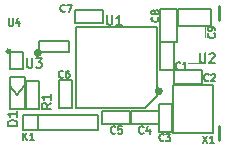
<source format=gto>
G04 #@! TF.GenerationSoftware,KiCad,Pcbnew,5.0.0-rc3+dfsg1-2*
G04 #@! TF.CreationDate,2018-08-09T17:57:03+09:00*
G04 #@! TF.ProjectId,fst-01,6673742D30312E6B696361645F706362,rev?*
G04 #@! TF.SameCoordinates,PX791ddc0PY5e69114*
G04 #@! TF.FileFunction,Legend,Top*
G04 #@! TF.FilePolarity,Positive*
%FSLAX46Y46*%
G04 Gerber Fmt 4.6, Leading zero omitted, Abs format (unit mm)*
G04 Created by KiCad (PCBNEW 5.0.0-rc3+dfsg1-2) date Thu Aug  9 17:57:03 2018*
%MOMM*%
%LPD*%
G01*
G04 APERTURE LIST*
%ADD10C,0.300000*%
%ADD11C,0.149860*%
%ADD12C,0.200000*%
%ADD13C,0.254000*%
%ADD14C,0.150000*%
%ADD15C,0.152400*%
%ADD16C,0.120000*%
G04 APERTURE END LIST*
D10*
G04 #@! TO.C,U1*
X-4920000Y-1503500D02*
G75*
G03X-4920000Y-1503500I-180000J0D01*
G01*
D11*
X-6299700Y-2904560D02*
X-5298940Y-1903800D01*
X-5298940Y-1903800D02*
X-5298940Y3897560D01*
X-12101060Y-2904560D02*
X-12101060Y3897560D01*
X-12101060Y3897560D02*
X-5298940Y3897560D01*
X-6299700Y-2904560D02*
X-12101060Y-2904560D01*
D10*
G04 #@! TO.C,U4*
X-17745000Y1866800D02*
G75*
G03X-17745000Y1866800I-100000J0D01*
G01*
D12*
X-17695000Y1766800D02*
X-16595000Y1766800D01*
X-16595000Y1766800D02*
X-16595000Y366800D01*
X-16595000Y366800D02*
X-17695000Y366800D01*
X-17695000Y366800D02*
X-17695000Y1766800D01*
D13*
G04 #@! TO.C,J1*
X0Y4480000D02*
X0Y5680000D01*
X0Y-4480000D02*
X0Y-5680000D01*
D14*
G04 #@! TO.C,K1*
X-15367000Y-3543300D02*
X-15367000Y-4813300D01*
D15*
X-16637000Y-4813300D02*
X-16637000Y-3543300D01*
X-16637000Y-3543300D02*
X-10287000Y-3543300D01*
X-10274300Y-3543300D02*
X-10274300Y-4813300D01*
X-10287000Y-4813300D02*
X-16637000Y-4813300D01*
D11*
G04 #@! TO.C,R1*
X-15225960Y-3029520D02*
X-16374040Y-3029520D01*
X-16374040Y-3029520D02*
X-16374040Y-677480D01*
X-16374040Y-677480D02*
X-15225960Y-677480D01*
X-15225960Y-677480D02*
X-15225960Y-3029520D01*
G04 #@! TO.C,U3*
X-12742700Y1761520D02*
X-15257300Y1761520D01*
X-15257300Y2711480D02*
X-12742700Y2711480D01*
D10*
X-15168740Y1718340D02*
G75*
G03X-15168740Y1718340I-180000J0D01*
G01*
D11*
X-12740160Y2714020D02*
X-12740160Y1764060D01*
X-15257300Y2701320D02*
X-15257300Y1751360D01*
G04 #@! TO.C,D1*
X-17724840Y-279360D02*
X-17724840Y-3027640D01*
X-16475160Y-279360D02*
X-17724840Y-279360D01*
X-16475160Y-3027640D02*
X-16475160Y-279360D01*
X-17724840Y-3027640D02*
X-16475160Y-3027640D01*
D14*
X-17100000Y-1813500D02*
X-17700000Y-1113500D01*
X-16500000Y-1113500D02*
X-17100000Y-1813500D01*
D11*
G04 #@! TO.C,C9*
X-3499540Y5470400D02*
X-675060Y5470400D01*
X-3499540Y4022600D02*
X-3499540Y5470400D01*
X-675060Y4022600D02*
X-3499540Y4022600D01*
X-675060Y5470400D02*
X-675060Y4022600D01*
D16*
G04 #@! TO.C,U2*
X-1170400Y858400D02*
X-2630400Y858400D01*
X-1170400Y4018400D02*
X-3330400Y4018400D01*
X-1170400Y4018400D02*
X-1170400Y3088400D01*
X-1170400Y858400D02*
X-1170400Y1788400D01*
D11*
G04 #@! TO.C,X1*
X-523600Y-5035500D02*
X-3876400Y-5035500D01*
X-523600Y-971500D02*
X-523600Y-5035500D01*
X-3876400Y-971500D02*
X-523600Y-971500D01*
X-3876400Y-5035500D02*
X-3876400Y-971500D01*
G04 #@! TO.C,C2*
X-1473980Y270540D02*
X-1473980Y-877540D01*
X-3826020Y270540D02*
X-1473980Y270540D01*
X-3826020Y-877540D02*
X-3826020Y270540D01*
X-1473980Y-877540D02*
X-3826020Y-877540D01*
G04 #@! TO.C,C1*
X-4974040Y2636520D02*
X-3825960Y2636520D01*
X-4974040Y284480D02*
X-4974040Y2636520D01*
X-3825960Y284480D02*
X-4974040Y284480D01*
X-3825960Y2636520D02*
X-3825960Y284480D01*
G04 #@! TO.C,C4*
X-5123980Y-3179460D02*
X-5123980Y-4327540D01*
X-7476020Y-3179460D02*
X-5123980Y-3179460D01*
X-7476020Y-4327540D02*
X-7476020Y-3179460D01*
X-5123980Y-4327540D02*
X-7476020Y-4327540D01*
G04 #@! TO.C,C7*
X-12176020Y4222460D02*
X-12176020Y5370540D01*
X-9823980Y4222460D02*
X-12176020Y4222460D01*
X-9823980Y5370540D02*
X-9823980Y4222460D01*
X-12176020Y5370540D02*
X-9823980Y5370540D01*
G04 #@! TO.C,C6*
X-12425960Y-2954020D02*
X-13574040Y-2954020D01*
X-12425960Y-601980D02*
X-12425960Y-2954020D01*
X-13574040Y-601980D02*
X-12425960Y-601980D01*
X-13574040Y-2954020D02*
X-13574040Y-601980D01*
G04 #@! TO.C,C3*
X-3975960Y-4979520D02*
X-5124040Y-4979520D01*
X-3975960Y-2627480D02*
X-3975960Y-4979520D01*
X-5124040Y-2627480D02*
X-3975960Y-2627480D01*
X-5124040Y-4979520D02*
X-5124040Y-2627480D01*
G04 #@! TO.C,C5*
X-7523980Y-3179460D02*
X-7523980Y-4327540D01*
X-9876020Y-3179460D02*
X-7523980Y-3179460D01*
X-9876020Y-4327540D02*
X-9876020Y-3179460D01*
X-7523980Y-4327540D02*
X-9876020Y-4327540D01*
G04 #@! TO.C,C8*
X-3526100Y5476040D02*
X-3526100Y2651560D01*
X-4973900Y5476040D02*
X-3526100Y5476040D01*
X-4973900Y2651560D02*
X-4973900Y5476040D01*
X-3526100Y2651560D02*
X-4973900Y2651560D01*
G04 #@! TO.C,U1*
D15*
X-9504828Y4907081D02*
X-9504828Y4259381D01*
X-9466728Y4183181D01*
X-9428628Y4145081D01*
X-9352428Y4106981D01*
X-9200028Y4106981D01*
X-9123828Y4145081D01*
X-9085728Y4183181D01*
X-9047628Y4259381D01*
X-9047628Y4907081D01*
X-8247528Y4106981D02*
X-8704728Y4106981D01*
X-8476128Y4106981D02*
X-8476128Y4907081D01*
X-8552328Y4792781D01*
X-8628528Y4716581D01*
X-8704728Y4678481D01*
G04 #@! TO.C,U4*
D14*
X-17805343Y4633872D02*
X-17805343Y4148158D01*
X-17776772Y4091015D01*
X-17748200Y4062443D01*
X-17691058Y4033872D01*
X-17576772Y4033872D01*
X-17519629Y4062443D01*
X-17491058Y4091015D01*
X-17462486Y4148158D01*
X-17462486Y4633872D01*
X-16919629Y4433872D02*
X-16919629Y4033872D01*
X-17062486Y4662443D02*
X-17205343Y4233872D01*
X-16833915Y4233872D01*
G04 #@! TO.C,K1*
D11*
X-16584144Y-5668675D02*
X-16584144Y-5069235D01*
X-16241607Y-5668675D02*
X-16498510Y-5326138D01*
X-16241607Y-5069235D02*
X-16584144Y-5411772D01*
X-15670712Y-5668675D02*
X-16013249Y-5668675D01*
X-15841980Y-5668675D02*
X-15841980Y-5069235D01*
X-15899070Y-5154869D01*
X-15956160Y-5211959D01*
X-16013249Y-5240503D01*
G04 #@! TO.C,R1*
D15*
X-14231150Y-2533650D02*
X-14612150Y-2800350D01*
X-14231150Y-2990850D02*
X-15031250Y-2990850D01*
X-15031250Y-2686050D01*
X-14993150Y-2609850D01*
X-14955050Y-2571750D01*
X-14878850Y-2533650D01*
X-14764550Y-2533650D01*
X-14688350Y-2571750D01*
X-14650250Y-2609850D01*
X-14612150Y-2686050D01*
X-14612150Y-2990850D01*
X-14231150Y-1771650D02*
X-14231150Y-2228850D01*
X-14231150Y-2000250D02*
X-15031250Y-2000250D01*
X-14916950Y-2076450D01*
X-14840750Y-2152650D01*
X-14802650Y-2228850D01*
G04 #@! TO.C,U3*
X-16268700Y1250950D02*
X-16268700Y603250D01*
X-16230600Y527050D01*
X-16192500Y488950D01*
X-16116300Y450850D01*
X-15963900Y450850D01*
X-15887700Y488950D01*
X-15849600Y527050D01*
X-15811500Y603250D01*
X-15811500Y1250950D01*
X-15506700Y1250950D02*
X-15011400Y1250950D01*
X-15278100Y946150D01*
X-15163800Y946150D01*
X-15087600Y908050D01*
X-15049500Y869950D01*
X-15011400Y793750D01*
X-15011400Y603250D01*
X-15049500Y527050D01*
X-15087600Y488950D01*
X-15163800Y450850D01*
X-15392400Y450850D01*
X-15468600Y488950D01*
X-15506700Y527050D01*
G04 #@! TO.C,D1*
X-17106350Y-4428450D02*
X-17906450Y-4428450D01*
X-17906450Y-4237950D01*
X-17868350Y-4123650D01*
X-17792150Y-4047450D01*
X-17715950Y-4009350D01*
X-17563550Y-3971250D01*
X-17449250Y-3971250D01*
X-17296850Y-4009350D01*
X-17220650Y-4047450D01*
X-17144450Y-4123650D01*
X-17106350Y-4237950D01*
X-17106350Y-4428450D01*
X-17106350Y-3209250D02*
X-17106350Y-3666450D01*
X-17106350Y-3437850D02*
X-17906450Y-3437850D01*
X-17792150Y-3514050D01*
X-17715950Y-3590250D01*
X-17677850Y-3666450D01*
G04 #@! TO.C,C9*
D11*
X-396315Y3363894D02*
X-367770Y3335349D01*
X-339225Y3249715D01*
X-339225Y3192625D01*
X-367770Y3106991D01*
X-424860Y3049901D01*
X-481949Y3021357D01*
X-596128Y2992812D01*
X-681762Y2992812D01*
X-795941Y3021357D01*
X-853031Y3049901D01*
X-910120Y3106991D01*
X-938665Y3192625D01*
X-938665Y3249715D01*
X-910120Y3335349D01*
X-881576Y3363894D01*
X-339225Y3649341D02*
X-339225Y3763520D01*
X-367770Y3820610D01*
X-396315Y3849155D01*
X-481949Y3906244D01*
X-596128Y3934789D01*
X-824486Y3934789D01*
X-881576Y3906244D01*
X-910120Y3877700D01*
X-938665Y3820610D01*
X-938665Y3706431D01*
X-910120Y3649341D01*
X-881576Y3620797D01*
X-824486Y3592252D01*
X-681762Y3592252D01*
X-624673Y3620797D01*
X-596128Y3649341D01*
X-567583Y3706431D01*
X-567583Y3820610D01*
X-596128Y3877700D01*
X-624673Y3906244D01*
X-681762Y3934789D01*
G04 #@! TO.C,U2*
D14*
X-1635684Y1703016D02*
X-1635684Y1055397D01*
X-1597589Y979206D01*
X-1559494Y941111D01*
X-1483303Y903016D01*
X-1330922Y903016D01*
X-1254732Y941111D01*
X-1216637Y979206D01*
X-1178541Y1055397D01*
X-1178541Y1703016D01*
X-835684Y1626825D02*
X-797589Y1664920D01*
X-721399Y1703016D01*
X-530922Y1703016D01*
X-454732Y1664920D01*
X-416637Y1626825D01*
X-378541Y1550635D01*
X-378541Y1474444D01*
X-416637Y1360159D01*
X-873780Y903016D01*
X-378541Y903016D01*
G04 #@! TO.C,X1*
X-1385715Y-5274928D02*
X-985715Y-5874928D01*
X-985715Y-5274928D02*
X-1385715Y-5874928D01*
X-442858Y-5874928D02*
X-785715Y-5874928D01*
X-614286Y-5874928D02*
X-614286Y-5274928D01*
X-671429Y-5360642D01*
X-728572Y-5417785D01*
X-785715Y-5446357D01*
G04 #@! TO.C,C2*
D11*
X-895707Y-609025D02*
X-924252Y-637570D01*
X-1009886Y-666115D01*
X-1066976Y-666115D01*
X-1152610Y-637570D01*
X-1209700Y-580480D01*
X-1238244Y-523391D01*
X-1266789Y-409212D01*
X-1266789Y-323578D01*
X-1238244Y-209399D01*
X-1209700Y-152309D01*
X-1152610Y-95220D01*
X-1066976Y-66675D01*
X-1009886Y-66675D01*
X-924252Y-95220D01*
X-895707Y-123764D01*
X-667349Y-123764D02*
X-638804Y-95220D01*
X-581715Y-66675D01*
X-438991Y-66675D01*
X-381901Y-95220D01*
X-353357Y-123764D01*
X-324812Y-180854D01*
X-324812Y-237943D01*
X-353357Y-323578D01*
X-695894Y-666115D01*
X-324812Y-666115D01*
G04 #@! TO.C,C1*
X-3287607Y370115D02*
X-3316152Y341570D01*
X-3401786Y313025D01*
X-3458876Y313025D01*
X-3544510Y341570D01*
X-3601600Y398660D01*
X-3630144Y455749D01*
X-3658689Y569928D01*
X-3658689Y655562D01*
X-3630144Y769741D01*
X-3601600Y826831D01*
X-3544510Y883920D01*
X-3458876Y912465D01*
X-3401786Y912465D01*
X-3316152Y883920D01*
X-3287607Y855376D01*
X-2716712Y313025D02*
X-3059249Y313025D01*
X-2887980Y313025D02*
X-2887980Y912465D01*
X-2945070Y826831D01*
X-3002160Y769741D01*
X-3059249Y741197D01*
G04 #@! TO.C,C4*
X-6399907Y-5047085D02*
X-6428452Y-5075630D01*
X-6514086Y-5104175D01*
X-6571176Y-5104175D01*
X-6656810Y-5075630D01*
X-6713900Y-5018540D01*
X-6742444Y-4961451D01*
X-6770989Y-4847272D01*
X-6770989Y-4761638D01*
X-6742444Y-4647459D01*
X-6713900Y-4590369D01*
X-6656810Y-4533280D01*
X-6571176Y-4504735D01*
X-6514086Y-4504735D01*
X-6428452Y-4533280D01*
X-6399907Y-4561824D01*
X-5886101Y-4704548D02*
X-5886101Y-5104175D01*
X-6028825Y-4476190D02*
X-6171549Y-4904361D01*
X-5800467Y-4904361D01*
G04 #@! TO.C,C7*
X-13058247Y5263135D02*
X-13086792Y5234590D01*
X-13172426Y5206045D01*
X-13229516Y5206045D01*
X-13315150Y5234590D01*
X-13372240Y5291680D01*
X-13400784Y5348769D01*
X-13429329Y5462948D01*
X-13429329Y5548582D01*
X-13400784Y5662761D01*
X-13372240Y5719851D01*
X-13315150Y5776940D01*
X-13229516Y5805485D01*
X-13172426Y5805485D01*
X-13086792Y5776940D01*
X-13058247Y5748396D01*
X-12858434Y5805485D02*
X-12458807Y5805485D01*
X-12715710Y5206045D01*
G04 #@! TO.C,C6*
X-13226907Y-315685D02*
X-13255452Y-344230D01*
X-13341086Y-372775D01*
X-13398176Y-372775D01*
X-13483810Y-344230D01*
X-13540900Y-287140D01*
X-13569444Y-230051D01*
X-13597989Y-115872D01*
X-13597989Y-30238D01*
X-13569444Y83941D01*
X-13540900Y141031D01*
X-13483810Y198120D01*
X-13398176Y226665D01*
X-13341086Y226665D01*
X-13255452Y198120D01*
X-13226907Y169576D01*
X-12713101Y226665D02*
X-12827280Y226665D01*
X-12884370Y198120D01*
X-12912915Y169576D01*
X-12970004Y83941D01*
X-12998549Y-30238D01*
X-12998549Y-258596D01*
X-12970004Y-315685D01*
X-12941460Y-344230D01*
X-12884370Y-372775D01*
X-12770191Y-372775D01*
X-12713101Y-344230D01*
X-12684557Y-315685D01*
X-12656012Y-258596D01*
X-12656012Y-115872D01*
X-12684557Y-58782D01*
X-12713101Y-30238D01*
X-12770191Y-1693D01*
X-12884370Y-1693D01*
X-12941460Y-30238D01*
X-12970004Y-58782D01*
X-12998549Y-115872D01*
G04 #@! TO.C,C3*
X-4698167Y-5686365D02*
X-4726712Y-5714910D01*
X-4812346Y-5743455D01*
X-4869436Y-5743455D01*
X-4955070Y-5714910D01*
X-5012160Y-5657820D01*
X-5040704Y-5600731D01*
X-5069249Y-5486552D01*
X-5069249Y-5400918D01*
X-5040704Y-5286739D01*
X-5012160Y-5229649D01*
X-4955070Y-5172560D01*
X-4869436Y-5144015D01*
X-4812346Y-5144015D01*
X-4726712Y-5172560D01*
X-4698167Y-5201104D01*
X-4498354Y-5144015D02*
X-4127272Y-5144015D01*
X-4327085Y-5372373D01*
X-4241451Y-5372373D01*
X-4184361Y-5400918D01*
X-4155817Y-5429462D01*
X-4127272Y-5486552D01*
X-4127272Y-5629276D01*
X-4155817Y-5686365D01*
X-4184361Y-5714910D01*
X-4241451Y-5743455D01*
X-4412720Y-5743455D01*
X-4469809Y-5714910D01*
X-4498354Y-5686365D01*
G04 #@! TO.C,C5*
X-8799907Y-5047085D02*
X-8828452Y-5075630D01*
X-8914086Y-5104175D01*
X-8971176Y-5104175D01*
X-9056810Y-5075630D01*
X-9113900Y-5018540D01*
X-9142444Y-4961451D01*
X-9170989Y-4847272D01*
X-9170989Y-4761638D01*
X-9142444Y-4647459D01*
X-9113900Y-4590369D01*
X-9056810Y-4533280D01*
X-8971176Y-4504735D01*
X-8914086Y-4504735D01*
X-8828452Y-4533280D01*
X-8799907Y-4561824D01*
X-8257557Y-4504735D02*
X-8543004Y-4504735D01*
X-8571549Y-4790182D01*
X-8543004Y-4761638D01*
X-8485915Y-4733093D01*
X-8343191Y-4733093D01*
X-8286101Y-4761638D01*
X-8257557Y-4790182D01*
X-8229012Y-4847272D01*
X-8229012Y-4989996D01*
X-8257557Y-5047085D01*
X-8286101Y-5075630D01*
X-8343191Y-5104175D01*
X-8485915Y-5104175D01*
X-8543004Y-5075630D01*
X-8571549Y-5047085D01*
G04 #@! TO.C,C8*
X-5184215Y4743674D02*
X-5155670Y4715129D01*
X-5127125Y4629495D01*
X-5127125Y4572405D01*
X-5155670Y4486771D01*
X-5212760Y4429681D01*
X-5269849Y4401137D01*
X-5384028Y4372592D01*
X-5469662Y4372592D01*
X-5583841Y4401137D01*
X-5640931Y4429681D01*
X-5698020Y4486771D01*
X-5726565Y4572405D01*
X-5726565Y4629495D01*
X-5698020Y4715129D01*
X-5669476Y4743674D01*
X-5469662Y5086211D02*
X-5498207Y5029121D01*
X-5526752Y5000577D01*
X-5583841Y4972032D01*
X-5612386Y4972032D01*
X-5669476Y5000577D01*
X-5698020Y5029121D01*
X-5726565Y5086211D01*
X-5726565Y5200390D01*
X-5698020Y5257480D01*
X-5669476Y5286024D01*
X-5612386Y5314569D01*
X-5583841Y5314569D01*
X-5526752Y5286024D01*
X-5498207Y5257480D01*
X-5469662Y5200390D01*
X-5469662Y5086211D01*
X-5441118Y5029121D01*
X-5412573Y5000577D01*
X-5355483Y4972032D01*
X-5241304Y4972032D01*
X-5184215Y5000577D01*
X-5155670Y5029121D01*
X-5127125Y5086211D01*
X-5127125Y5200390D01*
X-5155670Y5257480D01*
X-5184215Y5286024D01*
X-5241304Y5314569D01*
X-5355483Y5314569D01*
X-5412573Y5286024D01*
X-5441118Y5257480D01*
X-5469662Y5200390D01*
G04 #@! TD*
M02*

</source>
